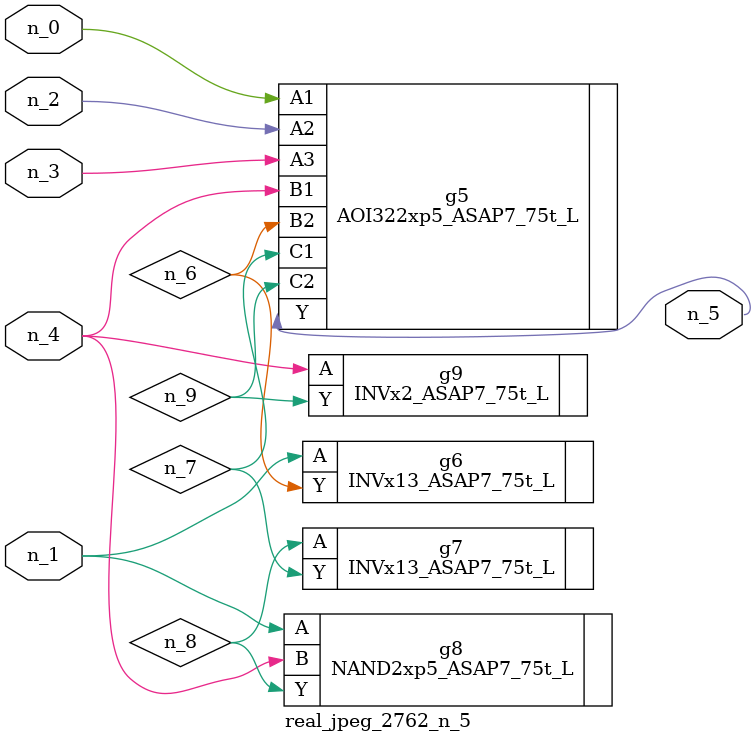
<source format=v>
module real_jpeg_2762_n_5 (n_4, n_0, n_1, n_2, n_3, n_5);

input n_4;
input n_0;
input n_1;
input n_2;
input n_3;

output n_5;

wire n_8;
wire n_6;
wire n_7;
wire n_9;

AOI322xp5_ASAP7_75t_L g5 ( 
.A1(n_0),
.A2(n_2),
.A3(n_3),
.B1(n_4),
.B2(n_6),
.C1(n_7),
.C2(n_9),
.Y(n_5)
);

INVx13_ASAP7_75t_L g6 ( 
.A(n_1),
.Y(n_6)
);

NAND2xp5_ASAP7_75t_L g8 ( 
.A(n_1),
.B(n_4),
.Y(n_8)
);

INVx2_ASAP7_75t_L g9 ( 
.A(n_4),
.Y(n_9)
);

INVx13_ASAP7_75t_L g7 ( 
.A(n_8),
.Y(n_7)
);


endmodule
</source>
